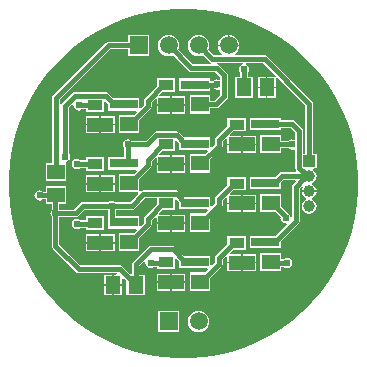
<source format=gtl>
G04*
G04 #@! TF.GenerationSoftware,Altium Limited,Altium Designer,22.0.2 (36)*
G04*
G04 Layer_Physical_Order=1*
G04 Layer_Color=255*
%FSLAX25Y25*%
%MOIN*%
G70*
G04*
G04 #@! TF.SameCoordinates,4D75FC96-39BE-4DEA-B64F-09A75C684B67*
G04*
G04*
G04 #@! TF.FilePolarity,Positive*
G04*
G01*
G75*
%ADD12R,0.05906X0.05118*%
%ADD13R,0.05118X0.05906*%
%ADD14R,0.09449X0.03150*%
%ADD15R,0.08661X0.04724*%
%ADD16R,0.05906X0.05118*%
%ADD17R,0.05118X0.03543*%
%ADD28C,0.01500*%
%ADD29C,0.05906*%
%ADD30R,0.05906X0.05906*%
%ADD31C,0.03937*%
%ADD32R,0.03937X0.03937*%
%ADD33C,0.02400*%
G36*
X6852Y57893D02*
X11373Y57177D01*
X15824Y56108D01*
X20178Y54694D01*
X24407Y52942D01*
X28485Y50864D01*
X32388Y48472D01*
X36091Y45782D01*
X39572Y42809D01*
X42809Y39572D01*
X45782Y36091D01*
X48472Y32388D01*
X50864Y28485D01*
X52942Y24407D01*
X54694Y20178D01*
X56108Y15824D01*
X57177Y11373D01*
X57893Y6852D01*
X58252Y2289D01*
Y-2289D01*
X57893Y-6852D01*
X57177Y-11373D01*
X56108Y-15824D01*
X54694Y-20178D01*
X52942Y-24407D01*
X50864Y-28485D01*
X48472Y-32388D01*
X45782Y-36091D01*
X42809Y-39572D01*
X39572Y-42809D01*
X36091Y-45782D01*
X32388Y-48472D01*
X28485Y-50864D01*
X24407Y-52942D01*
X20178Y-54694D01*
X15824Y-56108D01*
X11373Y-57177D01*
X6852Y-57893D01*
X2289Y-58252D01*
X-2289D01*
X-6852Y-57893D01*
X-11373Y-57177D01*
X-15824Y-56108D01*
X-20178Y-54694D01*
X-24407Y-52942D01*
X-28485Y-50864D01*
X-32388Y-48472D01*
X-36091Y-45782D01*
X-39572Y-42809D01*
X-42809Y-39572D01*
X-45782Y-36091D01*
X-48472Y-32388D01*
X-50864Y-28485D01*
X-52942Y-24407D01*
X-54694Y-20178D01*
X-56108Y-15824D01*
X-57177Y-11373D01*
X-57893Y-6852D01*
X-58252Y-2289D01*
Y2289D01*
X-57893Y6852D01*
X-57177Y11373D01*
X-56108Y15824D01*
X-54694Y20178D01*
X-52942Y24407D01*
X-50864Y28485D01*
X-48472Y32388D01*
X-45782Y36091D01*
X-42809Y39572D01*
X-39572Y42809D01*
X-36091Y45782D01*
X-32388Y48472D01*
X-28485Y50864D01*
X-24407Y52942D01*
X-20178Y54694D01*
X-15824Y56108D01*
X-11373Y57177D01*
X-6852Y57893D01*
X-2289Y58252D01*
X2289D01*
X6852Y57893D01*
D02*
G37*
%LPC*%
G36*
X15250Y49450D02*
Y46250D01*
X18450D01*
X18364Y46901D01*
X18016Y47741D01*
X17462Y48463D01*
X16741Y49016D01*
X15901Y49364D01*
X15250Y49450D01*
D02*
G37*
G36*
X14750D02*
X14099Y49364D01*
X13259Y49016D01*
X12538Y48463D01*
X11984Y47741D01*
X11636Y46901D01*
X11550Y46250D01*
X14750D01*
Y49450D01*
D02*
G37*
G36*
X-11547Y49453D02*
X-18453D01*
Y47275D01*
X-25000D01*
X-25488Y47177D01*
X-25901Y46901D01*
X-43401Y29401D01*
X-43677Y28988D01*
X-43775Y28500D01*
Y6799D01*
X-45953D01*
Y681D01*
X-39047D01*
Y6799D01*
X-39144D01*
X-39265Y7249D01*
X-39265Y7252D01*
X-38853Y7382D01*
X-38827Y7400D01*
X-38291Y7758D01*
X-37915Y8320D01*
X-37783Y8984D01*
X-37915Y9647D01*
X-38242Y10136D01*
Y25394D01*
X-37146Y26490D01*
X-36685Y26244D01*
X-36733Y26000D01*
X-36601Y25337D01*
X-36226Y24774D01*
X-35663Y24399D01*
X-35000Y24267D01*
X-34337Y24399D01*
X-33774Y24774D01*
X-33743Y24822D01*
X-32622D01*
Y23921D01*
X-26504D01*
Y27294D01*
X-26004Y27501D01*
X-25165Y26662D01*
Y24315D01*
X-15716D01*
X-15524Y23853D01*
X-16519Y22858D01*
X-21622D01*
Y16740D01*
X-14717D01*
Y21056D01*
X-10957Y24815D01*
X-10681Y25229D01*
X-10584Y25717D01*
Y27098D01*
X-9462Y28220D01*
X-9000Y28029D01*
Y26415D01*
X-4419D01*
Y29028D01*
X-8001D01*
X-8192Y29489D01*
X-7198Y30484D01*
X-2882D01*
Y35028D01*
X-9000D01*
Y32287D01*
X-12760Y28527D01*
X-13036Y28114D01*
X-13133Y27626D01*
Y26245D01*
X-14255Y25123D01*
X-14717Y25314D01*
Y28465D01*
X-23363D01*
X-25014Y30116D01*
X-25428Y30392D01*
X-25915Y30489D01*
X-36224D01*
X-36711Y30392D01*
X-37125Y30116D01*
X-40418Y26823D01*
X-40694Y26409D01*
X-40725Y26251D01*
X-41225Y26300D01*
Y27972D01*
X-24472Y44725D01*
X-18453D01*
Y42547D01*
X-11547D01*
Y49453D01*
D02*
G37*
G36*
X5000Y49483D02*
X4099Y49364D01*
X3259Y49016D01*
X2537Y48463D01*
X1984Y47741D01*
X1636Y46901D01*
X1517Y46000D01*
X1636Y45099D01*
X1984Y44259D01*
X2537Y43538D01*
X3259Y42984D01*
X4099Y42636D01*
X5000Y42518D01*
X5901Y42636D01*
X6368Y42829D01*
X8599Y40599D01*
X9012Y40323D01*
X9254Y40275D01*
X9205Y39775D01*
X3028D01*
X-1829Y44632D01*
X-1636Y45099D01*
X-1517Y46000D01*
X-1636Y46901D01*
X-1984Y47741D01*
X-2537Y48463D01*
X-3259Y49016D01*
X-4099Y49364D01*
X-5000Y49483D01*
X-5901Y49364D01*
X-6741Y49016D01*
X-7463Y48463D01*
X-8016Y47741D01*
X-8364Y46901D01*
X-8483Y46000D01*
X-8364Y45099D01*
X-8016Y44259D01*
X-7463Y43538D01*
X-6741Y42984D01*
X-5901Y42636D01*
X-5000Y42518D01*
X-4099Y42636D01*
X-3632Y42829D01*
X1599Y37599D01*
X2012Y37323D01*
X2500Y37225D01*
X10472D01*
X12225Y35472D01*
Y34756D01*
X11784Y34520D01*
X11663Y34601D01*
X11000Y34733D01*
X10337Y34601D01*
X9812Y34251D01*
X8906D01*
Y35028D01*
X-1543D01*
Y30878D01*
X8906D01*
Y31702D01*
X9883D01*
X10337Y31399D01*
X11000Y31267D01*
X11663Y31399D01*
X11784Y31480D01*
X12225Y31244D01*
Y29528D01*
X10334Y27637D01*
X8906D01*
Y29421D01*
X2000D01*
Y23303D01*
X8906D01*
Y25088D01*
X10862D01*
X11350Y25185D01*
X11763Y25461D01*
X14401Y28099D01*
X14678Y28512D01*
X14774Y29000D01*
Y36000D01*
X14678Y36488D01*
X14401Y36901D01*
X11901Y39401D01*
X11488Y39678D01*
X11246Y39726D01*
X11295Y40225D01*
X19825D01*
X19874Y39726D01*
X19597Y39670D01*
X19034Y39294D01*
X18658Y38732D01*
X18527Y38069D01*
X18658Y37406D01*
X18985Y36916D01*
Y35453D01*
X17201D01*
Y28547D01*
X23319D01*
Y35453D01*
X21534D01*
Y36916D01*
X21861Y37406D01*
X21993Y38069D01*
X21861Y38732D01*
X21486Y39294D01*
X20923Y39670D01*
X20645Y39726D01*
X20695Y40225D01*
X26472D01*
X30745Y35953D01*
X30538Y35453D01*
X30408Y35453D01*
X27990D01*
Y32250D01*
X30799D01*
Y35061D01*
X30799Y35191D01*
X31006Y35277D01*
X31299Y35398D01*
X40592Y26106D01*
Y9968D01*
X39871D01*
Y17621D01*
X39774Y18109D01*
X39497Y18522D01*
X37214Y20806D01*
X36801Y21082D01*
X36313Y21179D01*
X32528D01*
Y21902D01*
X22079D01*
Y17752D01*
X32528D01*
Y18630D01*
X35785D01*
X37322Y17093D01*
Y14763D01*
X36822Y14496D01*
X36663Y14601D01*
X36000Y14733D01*
X35337Y14601D01*
X34848Y14275D01*
X32528D01*
Y16295D01*
X25622D01*
Y10177D01*
X32528D01*
Y11726D01*
X34848D01*
X35337Y11399D01*
X36000Y11267D01*
X36663Y11399D01*
X36822Y11504D01*
X37322Y11237D01*
Y5065D01*
X37419Y4578D01*
X37621Y4275D01*
X37446Y3774D01*
X32815D01*
X32327Y3678D01*
X31914Y3401D01*
X30725Y2213D01*
X22079D01*
Y-1937D01*
X32528D01*
Y410D01*
X33343Y1225D01*
X37270D01*
X37461Y764D01*
X36555Y-143D01*
X36279Y-556D01*
X36182Y-1044D01*
Y-11192D01*
X35682Y-11241D01*
X35601Y-10837D01*
X35226Y-10274D01*
X34767Y-9968D01*
X34729Y-9911D01*
X32528Y-7709D01*
Y-3394D01*
X25622D01*
Y-9512D01*
X30725D01*
X32341Y-11128D01*
X32267Y-11500D01*
X32399Y-12163D01*
X32774Y-12726D01*
X33337Y-13101D01*
X34000Y-13233D01*
X34326Y-13169D01*
X34572Y-13629D01*
X30725Y-17476D01*
X22079D01*
Y-21626D01*
X32528D01*
Y-19279D01*
X38357Y-13449D01*
X38634Y-13035D01*
X38731Y-12548D01*
Y-1572D01*
X39290Y-1013D01*
X39678Y-1331D01*
X39541Y-1537D01*
X39399Y-2250D01*
X44333D01*
X44191Y-1537D01*
X43646Y-720D01*
X42983Y-278D01*
X42970Y-237D01*
Y237D01*
X42983Y278D01*
X43646Y720D01*
X44191Y1537D01*
X44383Y2500D01*
X44191Y3463D01*
X43646Y4280D01*
X43269Y4532D01*
X43421Y5032D01*
X44335D01*
Y9968D01*
X43141D01*
Y26634D01*
X43044Y27122D01*
X42767Y27535D01*
X27901Y42401D01*
X27488Y42678D01*
X27000Y42775D01*
X17289D01*
X17120Y43275D01*
X17462Y43538D01*
X18016Y44259D01*
X18364Y45099D01*
X18450Y45750D01*
X11550D01*
X11636Y45099D01*
X11984Y44259D01*
X12538Y43538D01*
X12880Y43275D01*
X12710Y42775D01*
X10028D01*
X8170Y44632D01*
X8364Y45099D01*
X8483Y46000D01*
X8364Y46901D01*
X8016Y47741D01*
X7463Y48463D01*
X6741Y49016D01*
X5901Y49364D01*
X5000Y49483D01*
D02*
G37*
G36*
X27490Y35453D02*
X24681D01*
Y32250D01*
X27490D01*
Y35453D01*
D02*
G37*
G36*
X30799Y31750D02*
X27990D01*
Y28547D01*
X30799D01*
Y31750D01*
D02*
G37*
G36*
X27490D02*
X24681D01*
Y28547D01*
X27490D01*
Y31750D01*
D02*
G37*
G36*
X661Y29028D02*
X-3919D01*
Y26415D01*
X661D01*
Y29028D01*
D02*
G37*
G36*
Y25915D02*
X-3919D01*
Y23303D01*
X661D01*
Y25915D01*
D02*
G37*
G36*
X-4419D02*
X-9000D01*
Y23303D01*
X-4419D01*
Y25915D01*
D02*
G37*
G36*
X-22961Y22465D02*
X-27541D01*
Y19852D01*
X-22961D01*
Y22465D01*
D02*
G37*
G36*
X-28041D02*
X-32622D01*
Y19852D01*
X-28041D01*
Y22465D01*
D02*
G37*
G36*
X-22961Y19352D02*
X-27541D01*
Y16740D01*
X-22961D01*
Y19352D01*
D02*
G37*
G36*
X-28041D02*
X-32622D01*
Y16740D01*
X-28041D01*
Y19352D01*
D02*
G37*
G36*
X24284Y15902D02*
X19703D01*
Y13289D01*
X24284D01*
Y15902D01*
D02*
G37*
G36*
X20740Y21902D02*
X14622D01*
Y19161D01*
X10863Y15401D01*
X10586Y14988D01*
X10489Y14500D01*
Y13118D01*
X9367Y11997D01*
X8906Y12188D01*
Y15339D01*
X259D01*
X-1392Y16990D01*
X-1806Y17266D01*
X-2293Y17363D01*
X-9018D01*
X-9505Y17266D01*
X-9919Y16990D01*
X-12634Y14275D01*
X-17347D01*
X-17837Y14601D01*
X-18500Y14733D01*
X-19163Y14601D01*
X-19726Y14226D01*
X-20101Y13663D01*
X-20233Y13000D01*
X-20101Y12337D01*
X-19774Y11847D01*
Y8776D01*
X-25165D01*
Y4626D01*
X-15716D01*
X-15524Y4164D01*
X-16519Y3169D01*
X-21622D01*
Y-2949D01*
X-15227D01*
X-15020Y-3449D01*
X-17797Y-6225D01*
X-22848D01*
X-23337Y-5899D01*
X-24000Y-5767D01*
X-24663Y-5899D01*
X-25153Y-6225D01*
X-33500D01*
X-33988Y-6323D01*
X-34401Y-6599D01*
X-36528Y-8726D01*
X-41416D01*
Y-6799D01*
X-39047D01*
Y-681D01*
X-45953D01*
Y-2726D01*
X-46848D01*
X-47337Y-2399D01*
X-48000Y-2267D01*
X-48663Y-2399D01*
X-49226Y-2774D01*
X-49601Y-3337D01*
X-49733Y-4000D01*
X-49601Y-4663D01*
X-49226Y-5226D01*
X-48663Y-5601D01*
X-48000Y-5733D01*
X-47337Y-5601D01*
X-46848Y-5274D01*
X-45953D01*
Y-6799D01*
X-43965D01*
Y-8847D01*
X-44292Y-9337D01*
X-44424Y-10000D01*
X-44292Y-10663D01*
X-43965Y-11152D01*
Y-20809D01*
X-43868Y-21297D01*
X-43592Y-21710D01*
X-35901Y-29401D01*
X-35488Y-29678D01*
X-35000Y-29774D01*
X-22148D01*
X-22084Y-29870D01*
X-22351Y-30370D01*
X-23175D01*
Y-33573D01*
X-20366D01*
Y-31857D01*
X-19904Y-31666D01*
X-19004Y-32566D01*
Y-37276D01*
X-12886D01*
Y-30370D01*
X-14670D01*
Y-27473D01*
X-13130Y-25933D01*
X-12669Y-26179D01*
X-12733Y-26500D01*
X-12601Y-27163D01*
X-12226Y-27726D01*
X-11663Y-28101D01*
X-11000Y-28233D01*
X-10337Y-28101D01*
X-9774Y-27726D01*
X-9740Y-27674D01*
X-9000D01*
Y-28571D01*
X-2882D01*
Y-25145D01*
X-2420Y-24953D01*
X-1543Y-25830D01*
Y-28177D01*
X7907D01*
X8098Y-28639D01*
X7103Y-29634D01*
X2000D01*
Y-35752D01*
X8906D01*
Y-31436D01*
X12665Y-27677D01*
X12941Y-27263D01*
X13038Y-26776D01*
Y-25406D01*
X14160Y-24284D01*
X14622Y-24475D01*
Y-26089D01*
X19203D01*
Y-23476D01*
X15621D01*
X15430Y-23014D01*
X16424Y-22020D01*
X20740D01*
Y-17476D01*
X14622D01*
Y-20217D01*
X10863Y-23977D01*
X10586Y-24390D01*
X10489Y-24878D01*
Y-26248D01*
X9367Y-27369D01*
X8906Y-27178D01*
Y-24028D01*
X259D01*
X-2670Y-21099D01*
X-3083Y-20822D01*
X-3571Y-20726D01*
X-11000D01*
X-11488Y-20822D01*
X-11901Y-21099D01*
X-16846Y-26044D01*
X-17122Y-26457D01*
X-17219Y-26945D01*
Y-30070D01*
X-17719Y-30246D01*
X-20367Y-27599D01*
X-20780Y-27323D01*
X-21268Y-27226D01*
X-34472D01*
X-41416Y-20281D01*
Y-11275D01*
X-36000D01*
X-35512Y-11178D01*
X-35099Y-10901D01*
X-32972Y-8775D01*
X-25190D01*
Y-12163D01*
X-25165Y-12286D01*
Y-15063D01*
X-15716D01*
X-15524Y-15525D01*
X-16519Y-16520D01*
X-21622D01*
Y-22638D01*
X-14717D01*
Y-18322D01*
X-10957Y-14563D01*
X-10681Y-14149D01*
X-10584Y-13661D01*
Y-12280D01*
X-9462Y-11158D01*
X-9000Y-11349D01*
Y-12963D01*
X-4419D01*
Y-10350D01*
X-8001D01*
X-8192Y-9888D01*
X-7198Y-8894D01*
X-2882D01*
Y-5521D01*
X-2382Y-5314D01*
X-1543Y-6153D01*
Y-8500D01*
X7907D01*
X8098Y-8962D01*
X7103Y-9957D01*
X2000D01*
Y-16075D01*
X8906D01*
Y-11759D01*
X12665Y-8000D01*
X12941Y-7586D01*
X13038Y-7098D01*
Y-5717D01*
X14160Y-4595D01*
X14622Y-4786D01*
Y-6400D01*
X19203D01*
Y-3787D01*
X15621D01*
X15430Y-3325D01*
X16424Y-2331D01*
X20740D01*
Y2213D01*
X14622D01*
Y-528D01*
X10863Y-4288D01*
X10586Y-4701D01*
X10489Y-5189D01*
Y-6571D01*
X9367Y-7692D01*
X8906Y-7501D01*
Y-4350D01*
X259D01*
X-1392Y-2699D01*
X-1806Y-2423D01*
X-2293Y-2326D01*
X-13370D01*
X-13857Y-2423D01*
X-14217Y-2663D01*
X-14423Y-2610D01*
X-14717Y-2438D01*
Y1367D01*
X-10957Y5126D01*
X-10681Y5540D01*
X-10584Y6028D01*
Y7409D01*
X-9462Y8531D01*
X-9000Y8340D01*
Y6726D01*
X-4419D01*
Y9339D01*
X-8001D01*
X-8192Y9800D01*
X-7198Y10795D01*
X-2882D01*
Y14168D01*
X-2382Y14375D01*
X-1543Y13536D01*
Y11189D01*
X7907D01*
X8098Y10727D01*
X7103Y9732D01*
X2000D01*
Y3614D01*
X8906D01*
Y7930D01*
X12665Y11689D01*
X12941Y12103D01*
X13038Y12591D01*
Y13972D01*
X14160Y15094D01*
X14622Y14903D01*
Y13289D01*
X19203D01*
Y15902D01*
X15621D01*
X15430Y16364D01*
X16424Y17358D01*
X20740D01*
Y21902D01*
D02*
G37*
G36*
X24284Y12789D02*
X19703D01*
Y10177D01*
X24284D01*
Y12789D01*
D02*
G37*
G36*
X19203D02*
X14622D01*
Y10177D01*
X19203D01*
Y12789D01*
D02*
G37*
G36*
X-26504Y8776D02*
X-32622D01*
Y7778D01*
X-34353D01*
X-34837Y8101D01*
X-35500Y8233D01*
X-36163Y8101D01*
X-36726Y7726D01*
X-37101Y7163D01*
X-37233Y6500D01*
X-37101Y5837D01*
X-36726Y5274D01*
X-36163Y4899D01*
X-35500Y4767D01*
X-34837Y4899D01*
X-34342Y5229D01*
X-32622D01*
Y4232D01*
X-26504D01*
Y8776D01*
D02*
G37*
G36*
X661Y9339D02*
X-3919D01*
Y6726D01*
X661D01*
Y9339D01*
D02*
G37*
G36*
Y6226D02*
X-3919D01*
Y3614D01*
X661D01*
Y6226D01*
D02*
G37*
G36*
X-4419D02*
X-9000D01*
Y3614D01*
X-4419D01*
Y6226D01*
D02*
G37*
G36*
X-22961Y2776D02*
X-27541D01*
Y163D01*
X-22961D01*
Y2776D01*
D02*
G37*
G36*
X-28041D02*
X-32622D01*
Y163D01*
X-28041D01*
Y2776D01*
D02*
G37*
G36*
X-22961Y-337D02*
X-27541D01*
Y-2949D01*
X-22961D01*
Y-337D01*
D02*
G37*
G36*
X-28041D02*
X-32622D01*
Y-2949D01*
X-28041D01*
Y-337D01*
D02*
G37*
G36*
X24284Y-3787D02*
X19703D01*
Y-6400D01*
X24284D01*
Y-3787D01*
D02*
G37*
G36*
Y-6900D02*
X19703D01*
Y-9512D01*
X24284D01*
Y-6900D01*
D02*
G37*
G36*
X19203D02*
X14622D01*
Y-9512D01*
X19203D01*
Y-6900D01*
D02*
G37*
G36*
X44333Y-2750D02*
X39399D01*
X39541Y-3463D01*
X40086Y-4280D01*
X40749Y-4722D01*
X40763Y-4764D01*
Y-5237D01*
X40749Y-5278D01*
X40086Y-5720D01*
X39541Y-6537D01*
X39349Y-7500D01*
X39541Y-8463D01*
X40086Y-9280D01*
X40903Y-9825D01*
X41866Y-10017D01*
X42829Y-9825D01*
X43646Y-9280D01*
X44191Y-8463D01*
X44383Y-7500D01*
X44191Y-6537D01*
X43646Y-5720D01*
X42983Y-5278D01*
X42970Y-5237D01*
Y-4764D01*
X42983Y-4722D01*
X43646Y-4280D01*
X44191Y-3463D01*
X44333Y-2750D01*
D02*
G37*
G36*
X-26504Y-10913D02*
X-32622D01*
Y-12225D01*
X-34348D01*
X-34837Y-11899D01*
X-35500Y-11767D01*
X-36163Y-11899D01*
X-36726Y-12274D01*
X-37101Y-12837D01*
X-37233Y-13500D01*
X-37101Y-14163D01*
X-36726Y-14726D01*
X-36163Y-15101D01*
X-35500Y-15233D01*
X-34837Y-15101D01*
X-34348Y-14774D01*
X-32622D01*
Y-15457D01*
X-26504D01*
Y-10913D01*
D02*
G37*
G36*
X661Y-10350D02*
X-3919D01*
Y-12963D01*
X661D01*
Y-10350D01*
D02*
G37*
G36*
Y-13463D02*
X-3919D01*
Y-16075D01*
X661D01*
Y-13463D01*
D02*
G37*
G36*
X-4419D02*
X-9000D01*
Y-16075D01*
X-4419D01*
Y-13463D01*
D02*
G37*
G36*
X-22961Y-16913D02*
X-27541D01*
Y-19526D01*
X-22961D01*
Y-16913D01*
D02*
G37*
G36*
X-28041D02*
X-32622D01*
Y-19526D01*
X-28041D01*
Y-16913D01*
D02*
G37*
G36*
X-22961Y-20026D02*
X-27541D01*
Y-22638D01*
X-22961D01*
Y-20026D01*
D02*
G37*
G36*
X-28041D02*
X-32622D01*
Y-22638D01*
X-28041D01*
Y-20026D01*
D02*
G37*
G36*
X24284Y-23476D02*
X19703D01*
Y-26089D01*
X24284D01*
Y-23476D01*
D02*
G37*
G36*
X32528Y-23083D02*
X25622D01*
Y-29201D01*
X32528D01*
Y-27775D01*
X33347D01*
X33837Y-28101D01*
X34500Y-28233D01*
X35163Y-28101D01*
X35726Y-27726D01*
X36101Y-27163D01*
X36233Y-26500D01*
X36101Y-25837D01*
X35726Y-25274D01*
X35163Y-24899D01*
X34500Y-24767D01*
X33837Y-24899D01*
X33347Y-25225D01*
X32528D01*
Y-23083D01*
D02*
G37*
G36*
X24284Y-26589D02*
X19703D01*
Y-29201D01*
X24284D01*
Y-26589D01*
D02*
G37*
G36*
X19203D02*
X14622D01*
Y-29201D01*
X19203D01*
Y-26589D01*
D02*
G37*
G36*
X661Y-30028D02*
X-3919D01*
Y-32640D01*
X661D01*
Y-30028D01*
D02*
G37*
G36*
X-4419D02*
X-9000D01*
Y-32640D01*
X-4419D01*
Y-30028D01*
D02*
G37*
G36*
X-23675Y-30370D02*
X-26484D01*
Y-33573D01*
X-23675D01*
Y-30370D01*
D02*
G37*
G36*
X661Y-33140D02*
X-3919D01*
Y-35752D01*
X661D01*
Y-33140D01*
D02*
G37*
G36*
X-4419D02*
X-9000D01*
Y-35752D01*
X-4419D01*
Y-33140D01*
D02*
G37*
G36*
X-20366Y-34073D02*
X-23175D01*
Y-37276D01*
X-20366D01*
Y-34073D01*
D02*
G37*
G36*
X-23675D02*
X-26484D01*
Y-37276D01*
X-23675D01*
Y-34073D01*
D02*
G37*
G36*
X-1547Y-42547D02*
X-8453D01*
Y-49453D01*
X-1547D01*
Y-42547D01*
D02*
G37*
G36*
X5000Y-42518D02*
X4099Y-42636D01*
X3259Y-42984D01*
X2537Y-43538D01*
X1984Y-44259D01*
X1636Y-45099D01*
X1517Y-46000D01*
X1636Y-46901D01*
X1984Y-47741D01*
X2537Y-48463D01*
X3259Y-49016D01*
X4099Y-49364D01*
X5000Y-49483D01*
X5901Y-49364D01*
X6741Y-49016D01*
X7463Y-48463D01*
X8016Y-47741D01*
X8364Y-46901D01*
X8483Y-46000D01*
X8364Y-45099D01*
X8016Y-44259D01*
X7463Y-43538D01*
X6741Y-42984D01*
X5901Y-42636D01*
X5000Y-42518D01*
D02*
G37*
%LPD*%
G36*
X-9000Y-7091D02*
X-12760Y-10851D01*
X-13036Y-11264D01*
X-13133Y-11752D01*
Y-13134D01*
X-14255Y-14255D01*
X-14717Y-14064D01*
Y-10913D01*
X-22641D01*
Y-8775D01*
X-17269D01*
X-16781Y-8677D01*
X-16368Y-8401D01*
X-12842Y-4875D01*
X-9000D01*
Y-7091D01*
D02*
G37*
D12*
X-42500Y3740D02*
D03*
Y-3740D02*
D03*
D13*
X-23425Y-33823D02*
D03*
X-15945D02*
D03*
X20260Y32000D02*
D03*
X27740D02*
D03*
D14*
X3681Y-26102D02*
D03*
X27303Y-19551D02*
D03*
X-19941Y-12988D02*
D03*
X3681Y-6425D02*
D03*
X27303Y138D02*
D03*
X-19941Y6701D02*
D03*
X3681Y13264D02*
D03*
X27303Y19827D02*
D03*
X-19941Y26390D02*
D03*
X3681Y32953D02*
D03*
D15*
X-4169Y-32890D02*
D03*
X19453Y-26339D02*
D03*
X-27791Y-19776D02*
D03*
X-4169Y-13213D02*
D03*
X19453Y-6650D02*
D03*
X-27791Y-87D02*
D03*
X-4169Y6476D02*
D03*
X19453Y13039D02*
D03*
X-27791Y19602D02*
D03*
X-4169Y26165D02*
D03*
D16*
X5453Y-32693D02*
D03*
X29075Y-26142D02*
D03*
X-18169Y-19579D02*
D03*
X5453Y-13016D02*
D03*
X29075Y-6453D02*
D03*
X-18169Y110D02*
D03*
X5453Y6673D02*
D03*
X29075Y13236D02*
D03*
X-18169Y19799D02*
D03*
X5453Y26362D02*
D03*
D17*
X17681Y-19748D02*
D03*
X-29563Y-13185D02*
D03*
X-5941Y-6622D02*
D03*
X17681Y-59D02*
D03*
X-29563Y6504D02*
D03*
X-5941Y13067D02*
D03*
X17681Y19630D02*
D03*
X-29563Y26193D02*
D03*
X-5941Y32756D02*
D03*
Y-26299D02*
D03*
D28*
X29469Y-6453D02*
X33828Y-10812D01*
Y-11328D02*
X34000Y-11500D01*
X29075Y-6453D02*
X29469D01*
X33828Y-11328D02*
Y-10812D01*
X10976Y32976D02*
X11000Y33000D01*
X3705Y32976D02*
X10976D01*
X-34903Y26096D02*
X-29659D01*
X-29563Y26193D01*
X-35000Y26000D02*
X-34903Y26096D01*
X-11000Y-22000D02*
X-3571D01*
X-15945Y-26945D02*
X-11000Y-22000D01*
X-15945Y-33823D02*
Y-26945D01*
X-3571Y-22000D02*
X532Y-26102D01*
X-28067Y-19500D02*
X-27791Y-19776D01*
X-42500Y3740D02*
Y28500D01*
X-25000Y46000D02*
X-15000D01*
X-42500Y28500D02*
X-25000Y46000D01*
X27000Y41500D02*
X41866Y26634D01*
X5000Y46000D02*
X9500Y41500D01*
X27000D01*
X41866Y7500D02*
Y26634D01*
X-6041Y-26400D02*
X-5941Y-26299D01*
X-11000Y-26500D02*
X-10900Y-26400D01*
X-6041D01*
X532Y-26102D02*
X3681D01*
X-42691Y-20809D02*
X-35000Y-28500D01*
X-21268D01*
X-42691Y-20809D02*
Y-10000D01*
X-21268Y-28500D02*
X-15945Y-33823D01*
X-36000Y-10000D02*
X-33500Y-7500D01*
X-42691Y-10000D02*
X-36000D01*
X-33500Y-7500D02*
X-24000D01*
X-23915Y-12163D02*
X-23090Y-12988D01*
X-24000Y-7500D02*
X-23915Y-7585D01*
Y-12163D02*
Y-7585D01*
X-24000Y-7500D02*
X-17269D01*
X-23090Y-12988D02*
X-19941D01*
X-17269Y-7500D02*
X-13370Y-3600D01*
X-39516Y8984D02*
Y25922D01*
X-36224Y29215D01*
X-25915D01*
X-23090Y26390D01*
X-19941D01*
X-42760Y-4000D02*
X-42691Y-3931D01*
X-42500Y-3740D01*
X-42691Y-10000D02*
Y-3931D01*
X-48000Y-4000D02*
X-42760D01*
X-13370Y-3600D02*
X-2293D01*
X532Y-6425D02*
X3681D01*
X-2293Y-3600D02*
X532Y-6425D01*
X-9018Y16089D02*
X-2293D01*
X532Y13264D02*
X3681D01*
X-2293Y16089D02*
X532Y13264D01*
X-12106Y13000D02*
X-9018Y16089D01*
X-18500Y13000D02*
X-12106D01*
X-19941Y6701D02*
X-19325D01*
X-18500Y7526D01*
Y13000D01*
X39950Y1450D02*
X40157D01*
X37456Y-12548D02*
Y-1044D01*
X32815Y2500D02*
X41000D01*
X41207D02*
X41866D01*
X40157Y1450D02*
X41207Y2500D01*
X37456Y-1044D02*
X39950Y1450D01*
X30453Y138D02*
X32815Y2500D01*
X27303Y-19551D02*
X30453D01*
X37456Y-12548D01*
X36313Y19904D02*
X38596Y17621D01*
X27381Y19904D02*
X36313D01*
X38596Y5065D02*
Y17621D01*
X27303Y19827D02*
X27381Y19904D01*
X38596Y5065D02*
X39634Y4027D01*
X27303Y138D02*
X30453D01*
X39634Y4027D02*
X39680D01*
X41207Y2500D01*
X24154Y19827D02*
X27303D01*
X3681Y32953D02*
X3705Y32976D01*
X5453Y26362D02*
X10862D01*
X13500Y29000D01*
Y36000D01*
X11000Y38500D02*
X13500Y36000D01*
X29433Y-26500D02*
X34500D01*
X29075Y-26142D02*
X29433Y-26500D01*
X-35500Y-13500D02*
X-29878D01*
X-29563Y-13185D01*
X11764Y-24878D02*
X16894Y-19748D01*
X5453Y-32693D02*
X5847D01*
X16894Y-19748D02*
X17681D01*
X11764Y-26776D02*
Y-24878D01*
X5847Y-32693D02*
X11764Y-26776D01*
X-35500Y6500D02*
X-35496Y6504D01*
X-29563D01*
X-17776Y-19579D02*
X-11858Y-13661D01*
X-18169Y-19579D02*
X-17776D01*
X-6728Y-6622D02*
X-5941D01*
X-11858Y-11752D02*
X-6728Y-6622D01*
X-11858Y-13661D02*
Y-11752D01*
X11764Y-5189D02*
X16894Y-59D01*
X5847Y-13016D02*
X11764Y-7098D01*
X5453Y-13016D02*
X5847D01*
X16894Y-59D02*
X17681D01*
X11764Y-7098D02*
Y-5189D01*
X-17776Y110D02*
X-11858Y6028D01*
X-18169Y110D02*
X-17776D01*
X-6728Y13067D02*
X-5941D01*
X-11858Y7937D02*
X-6728Y13067D01*
X-11858Y6028D02*
Y7937D01*
X11764Y12591D02*
Y14500D01*
X5847Y6673D02*
X11764Y12591D01*
X5453Y6673D02*
X5847D01*
X16894Y19630D02*
X17681D01*
X11764Y14500D02*
X16894Y19630D01*
X29311Y13000D02*
X36000D01*
X29075Y13236D02*
X29311Y13000D01*
X-11858Y25717D02*
Y27626D01*
X-18169Y19799D02*
X-17776D01*
X-6728Y32756D02*
X-5941D01*
X-11858Y27626D02*
X-6728Y32756D01*
X-17776Y19799D02*
X-11858Y25717D01*
X20260Y32000D02*
Y38069D01*
X2500Y38500D02*
X11000D01*
X-5000Y46000D02*
X2500Y38500D01*
D29*
X5000Y-46000D02*
D03*
X15000Y46000D02*
D03*
X5000D02*
D03*
X-5000D02*
D03*
D30*
Y-46000D02*
D03*
X-15000Y46000D02*
D03*
D31*
X41866Y2500D02*
D03*
Y-2500D02*
D03*
Y-7500D02*
D03*
D32*
Y7500D02*
D03*
D33*
X34000Y-11500D02*
D03*
X11000Y33000D02*
D03*
X-35000Y26000D02*
D03*
X-4000Y-19000D02*
D03*
X-4500Y500D02*
D03*
X-35500Y-13500D02*
D03*
X-36000Y-19500D02*
D03*
X-11000Y-26500D02*
D03*
X-24000Y-7500D02*
D03*
X-39516Y8984D02*
D03*
X-48000Y-4000D02*
D03*
X-42691Y-10000D02*
D03*
X-18500Y13000D02*
D03*
X34500Y-26500D02*
D03*
X-35500Y6500D02*
D03*
X36000Y13000D02*
D03*
X20260Y38069D02*
D03*
M02*

</source>
